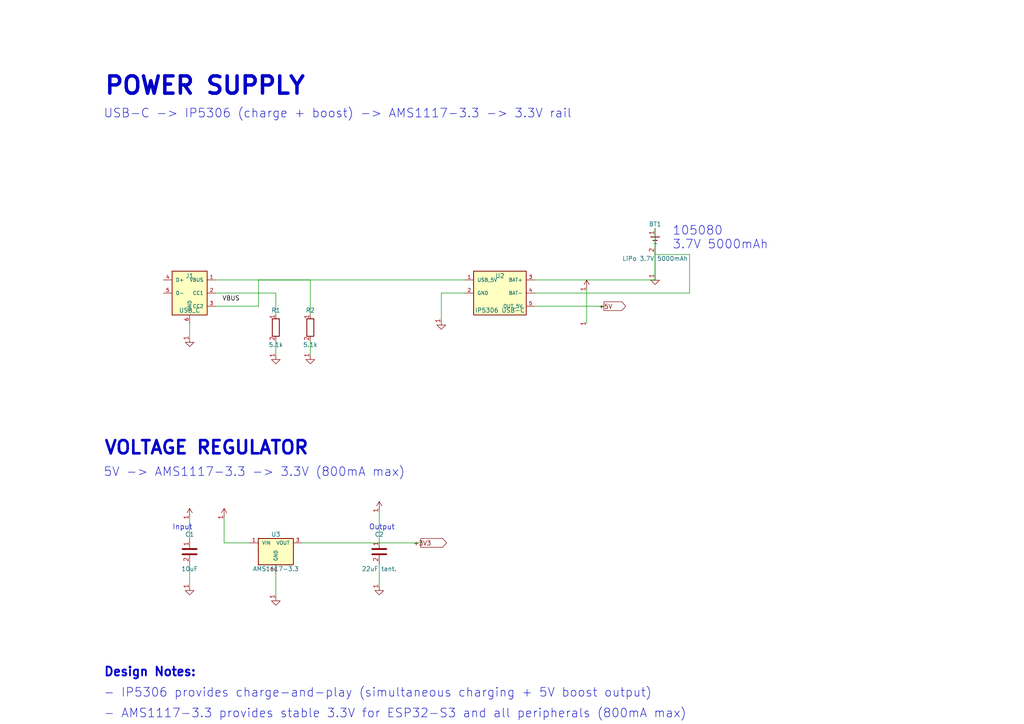
<source format=kicad_sch>
(kicad_sch (version 20231120) (generator "eeschema") (generator_version "9.0")
  (paper "A4")
  (title_block (title "Power Supply") (comment 1 "ESP32 Emu Turbo - Handheld Retro Console") (comment 2 "Generated by scripts/generate_schematics"))
  (lib_symbols
    (symbol "USB_C" (pin_names (offset 1.016))
      (property "Reference" "J" (at 0 7.62 0))
      (property "Value" "USB_C" (at 0 -7.62 0))
      (symbol "USB_C_0_1"
        (rectangle (start -5.08 6.35) (end 5.08 -6.35) (stroke (width 0.254)) (fill (type background)))
      )
      (symbol "USB_C_1_1"
        (pin power_out line (at 7.62 3.81 180) (length 2.54) (name "VBUS") (number "1"))
        (pin passive line (at 7.62 0 180) (length 2.54) (name "CC1") (number "2"))
        (pin passive line (at 7.62 -3.81 180) (length 2.54) (name "CC2") (number "3"))
        (pin bidirectional line (at -7.62 3.81 0) (length 2.54) (name "D+") (number "4"))
        (pin bidirectional line (at -7.62 0 0) (length 2.54) (name "D-") (number "5"))
        (pin power_in line (at 0 -8.89 90) (length 2.54) (name "GND") (number "6"))
      )
    )
    (symbol "IP5306_Module" (pin_names (offset 1.016))
      (property "Reference" "U" (at 0 7.62 0))
      (property "Value" "IP5306_USB-C_Module" (at 0 -7.62 0))
      (symbol "IP5306_Module_0_1"
        (rectangle (start -7.62 6.35) (end 7.62 -6.35) (stroke (width 0.254)) (fill (type background)))
      )
      (symbol "IP5306_Module_1_1"
        (pin power_in line (at -10.16 3.81 0) (length 2.54) (name "USB_5V") (number "1"))
        (pin power_in line (at -10.16 0 0) (length 2.54) (name "GND") (number "2"))
        (pin bidirectional line (at 10.16 3.81 180) (length 2.54) (name "BAT+") (number "3"))
        (pin bidirectional line (at 10.16 0 180) (length 2.54) (name "BAT-") (number "4"))
        (pin power_out line (at 10.16 -3.81 180) (length 2.54) (name "OUT_5V") (number "5"))
      )
    )
    (symbol "AMS1117-3.3" (pin_names (offset 1.016))
      (property "Reference" "U" (at 0 5.08 0))
      (property "Value" "AMS1117-3.3" (at 0 -5.08 0))
      (symbol "AMS1117-3.3_0_1"
        (rectangle (start -5.08 3.81) (end 5.08 -3.81) (stroke (width 0.254)) (fill (type background)))
      )
      (symbol "AMS1117-3.3_1_1"
        (pin power_in line (at -7.62 2.54 0) (length 2.54) (name "VIN") (number "1"))
        (pin power_in line (at 0 -6.35 90) (length 2.54) (name "GND") (number "2"))
        (pin power_out line (at 7.62 2.54 180) (length 2.54) (name "VOUT") (number "3"))
      )
    )
    (symbol "Battery" (pin_names (offset 1.016))
      (property "Reference" "BT" (at 2.54 2.54 0))
      (property "Value" "LiPo" (at 0 -5.08 0))
      (symbol "Battery_0_1"
        (polyline (pts (xy -1.27 1.27) (xy 1.27 1.27)) (stroke (width 0.254)))
        (polyline (pts (xy -0.635 0.254) (xy 0.635 0.254)) (stroke (width 0.254)))
      )
      (symbol "Battery_1_1"
        (pin passive line (at 0 3.81 270) (length 2.54) (name "+") (number "1"))
        (pin passive line (at 0 -3.81 90) (length 2.54) (name "-") (number "2"))
      )
    )
    (symbol "C" (pin_names (offset 0.254) hide)
      (property "Reference" "C" (at 0.635 2.54 0))
      (property "Value" "C" (at 0.635 -2.54 0))
      (symbol "C_0_1"
        (polyline (pts (xy -2.032 -0.762) (xy 2.032 -0.762)) (stroke (width 0.508)))
        (polyline (pts (xy -2.032 0.762) (xy 2.032 0.762)) (stroke (width 0.508)))
      )
      (symbol "C_1_1"
        (pin passive line (at 0 3.81 270) (length 3.048) (name "~") (number "1"))
        (pin passive line (at 0 -3.81 90) (length 3.048) (name "~") (number "2"))
      )
    )
    (symbol "R" (pin_names (offset 0) hide)
      (property "Reference" "R" (at 2.032 0 90))
      (property "Value" "R" (at -1.778 0 90))
      (symbol "R_0_1"
        (rectangle (start -1.016 -2.54) (end 1.016 2.54) (stroke (width 0.254)))
      )
      (symbol "R_1_1"
        (pin passive line (at 0 3.81 270) (length 1.27) (name "~") (number "1"))
        (pin passive line (at 0 -3.81 90) (length 1.27) (name "~") (number "2"))
      )
    )
    (symbol "PWR_FLAG" (pin_names (offset 0) hide) (in_bom no) (on_board no)
      (property "Value" "PWR_FLAG" (at 0 3.81 0))
      (symbol "PWR_FLAG_0_0"
        (pin power_out line (at 0 0 90) (length 0) (name "pwr") (number "1"))
      )
    )
    (symbol "+3V3" (pin_names (offset 0) hide) (in_bom no) (on_board no)
      (property "Value" "+3V3" (at 0 3.81 0))
      (symbol "+3V3_0_1"
        (polyline (pts (xy -0.762 1.27) (xy 0 2.54)))
        (polyline (pts (xy 0 0) (xy 0 2.54)))
        (polyline (pts (xy 0 2.54) (xy 0.762 1.27)))
      )
      (symbol "+3V3_1_1"
        (pin power_in line (at 0 0 90) (length 0) (name "+3V3") (number "1"))
      )
    )
    (symbol "+5V" (pin_names (offset 0) hide) (in_bom no) (on_board no)
      (property "Value" "+5V" (at 0 3.81 0))
      (symbol "+5V_0_1"
        (polyline (pts (xy -0.762 1.27) (xy 0 2.54)))
        (polyline (pts (xy 0 0) (xy 0 2.54)))
        (polyline (pts (xy 0 2.54) (xy 0.762 1.27)))
      )
      (symbol "+5V_1_1"
        (pin power_in line (at 0 0 90) (length 0) (name "+5V") (number "1"))
      )
    )
    (symbol "GND" (pin_names (offset 0) hide) (in_bom no) (on_board no)
      (property "Value" "GND" (at 0 -3.81 0))
      (symbol "GND_0_1"
        (polyline (pts (xy 0 0) (xy 0 -1.27) (xy 1.27 -1.27) (xy 0 -2.54) (xy -1.27 -1.27) (xy 0 -1.27)))
      )
      (symbol "GND_1_1"
        (pin power_in line (at 0 0 270) (length 0) (name "GND") (number "1"))
      )
    )
  )
  (text "POWER SUPPLY" (at 30 25 0) (effects (font (size 5 5) bold) (justify left)))
  (text "USB-C -> IP5306 (charge + boost) -> AMS1117-3.3 -> 3.3V rail" (at 30 33 0) (effects (font (size 2.54 2.54)) (justify left)))
  (symbol (lib_id "USB_C") (at 55 85 0) (unit 1)
    (property "Reference" "J1" (at 55 80 0))
    (property "Value" "USB_C" (at 55 90 0))
  )
  (symbol (lib_id "R") (at 80 95 0) (unit 1)
    (property "Reference" "R1" (at 80 90 0))
    (property "Value" "5.1k" (at 80 100 0))
  )
  (symbol (lib_id "R") (at 90 95 0) (unit 1)
    (property "Reference" "R2" (at 90 90 0))
    (property "Value" "5.1k" (at 90 100 0))
  )
  (wire (pts (xy 62.62 85) (xy 80 85)))
  (wire (pts (xy 80 85) (xy 80 91.19)))
  (wire (pts (xy 62.62 81.19) (xy 90 81.19)))
  (wire (pts (xy 90 81.19) (xy 90 91.19)))
  (symbol (lib_id "GND") (at 80 103 0) (unit 1) (in_bom no) (on_board no)
    (property "Reference" "#PWR001" (effects hide))
    (property "Value" "GND" (effects hide))
  )
  (wire (pts (xy 80 98.81) (xy 80 103)))
  (symbol (lib_id "GND") (at 90 103 0) (unit 1) (in_bom no) (on_board no)
    (property "Reference" "#PWR002" (effects hide))
    (property "Value" "GND" (effects hide))
  )
  (wire (pts (xy 90 98.81) (xy 90 103)))
  (symbol (lib_id "GND") (at 55 98 0) (unit 1) (in_bom no) (on_board no)
    (property "Reference" "#PWR003" (effects hide))
    (property "Value" "GND" (effects hide))
  )
  (wire (pts (xy 55 93.89) (xy 55 98)))
  (wire (pts (xy 62.62 88.81) (xy 75 88.81)))
  (wire (pts (xy 75 88.81) (xy 75 81.19)))
  (wire (pts (xy 75 81.19) (xy 134.84 81.19)))
  (label "VBUS" (at 67 86.81 0))
  (symbol (lib_id "IP5306_Module") (at 145 85 0) (unit 1)
    (property "Reference" "U2" (at 145 80 0))
    (property "Value" "IP5306 USB-C" (at 145 90 0))
  )
  (symbol (lib_id "GND") (at 128 93 0) (unit 1) (in_bom no) (on_board no)
    (property "Reference" "#PWR004" (effects hide))
    (property "Value" "GND" (effects hide))
  )
  (wire (pts (xy 134.84 85) (xy 128 85)))
  (wire (pts (xy 128 85) (xy 128 93)))
  (symbol (lib_id "Battery") (at 190 70 0) (unit 1)
    (property "Reference" "BT1" (at 190 65 0))
    (property "Value" "LiPo 3.7V 5000mAh" (at 190 75 0))
  )
  (text "105080" (at 195 67 0) (effects (font (size 2.54 2.54)) (justify left)))
  (text "3.7V 5000mAh" (at 195 71 0) (effects (font (size 2.54 2.54)) (justify left)))
  (wire (pts (xy 155.16 81.19) (xy 190 81.19)))
  (wire (pts (xy 190 81.19) (xy 190 66.19)))
  (wire (pts (xy 155.16 85) (xy 200 85)))
  (wire (pts (xy 200 85) (xy 200 73.81)))
  (wire (pts (xy 200 73.81) (xy 190 73.81)))
  (symbol (lib_id "GND") (at 190 80 0) (unit 1) (in_bom no) (on_board no)
    (property "Reference" "#PWR005" (effects hide))
    (property "Value" "GND" (effects hide))
  )
  (wire (pts (xy 190 73.81) (xy 190 80)))
  (wire (pts (xy 155.16 88.81) (xy 170.16 88.81)))
  (symbol (lib_id "+5V") (at 170.16 83.81 0) (unit 1) (in_bom no) (on_board no)
    (property "Reference" "#PWR006" (effects hide))
    (property "Value" "+5V" (effects hide))
  )
  (wire (pts (xy 170.16 83.81) (xy 170.16 88.81)))
  (global_label "+5V" (shape output) (at 175.16 88.81 0))
  (wire (pts (xy 170.16 88.81) (xy 175.16 88.81)))
  (symbol (lib_id "PWR_FLAG") (at 170.16 93.81 0) (unit 1) (in_bom no) (on_board no)
    (property "Reference" "#FLG01" (effects hide))
    (property "Value" "PWR_FLAG" (effects hide))
  )
  (wire (pts (xy 170.16 88.81) (xy 170.16 93.81)))
  (text "VOLTAGE REGULATOR" (at 30 130 0) (effects (font (size 3.81 3.81) bold) (justify left)))
  (text "5V -> AMS1117-3.3 -> 3.3V (800mA max)" (at 30 137 0) (effects (font (size 2.54 2.54)) (justify left)))
  (symbol (lib_id "C") (at 55 160 0) (unit 1)
    (property "Reference" "C1" (at 55 155 0))
    (property "Value" "10uF" (at 55 165 0))
  )
  (text "Input" (at 50 153 0) (effects (font (size 1.5 1.5)) (justify left)))
  (symbol (lib_id "+5V") (at 55 150 0) (unit 1) (in_bom no) (on_board no)
    (property "Reference" "#PWR007" (effects hide))
    (property "Value" "+5V" (effects hide))
  )
  (wire (pts (xy 55 150) (xy 55 156.19)))
  (symbol (lib_id "GND") (at 55 170 0) (unit 1) (in_bom no) (on_board no)
    (property "Reference" "#PWR008" (effects hide))
    (property "Value" "GND" (effects hide))
  )
  (wire (pts (xy 55 163.81) (xy 55 170)))
  (symbol (lib_id "AMS1117-3.3") (at 80 160 0) (unit 1)
    (property "Reference" "U3" (at 80 155 0))
    (property "Value" "AMS1117-3.3" (at 80 165 0))
  )
  (symbol (lib_id "+5V") (at 65 150 0) (unit 1) (in_bom no) (on_board no)
    (property "Reference" "#PWR009" (effects hide))
    (property "Value" "+5V" (effects hide))
  )
  (wire (pts (xy 65 150) (xy 65 157.46)))
  (wire (pts (xy 72.38 157.46) (xy 65 157.46)))
  (symbol (lib_id "GND") (at 80 173 0) (unit 1) (in_bom no) (on_board no)
    (property "Reference" "#PWR010" (effects hide))
    (property "Value" "GND" (effects hide))
  )
  (wire (pts (xy 80 166.35) (xy 80 173)))
  (symbol (lib_id "C") (at 110 160 0) (unit 1)
    (property "Reference" "C2" (at 110 155 0))
    (property "Value" "22uF tant." (at 110 165 0))
  )
  (text "Output" (at 107 153 0) (effects (font (size 1.5 1.5)) (justify left)))
  (wire (pts (xy 87.62 157.46) (xy 110 157.46)))
  (wire (pts (xy 110 157.46) (xy 110 156.19)))
  (symbol (lib_id "GND") (at 110 170 0) (unit 1) (in_bom no) (on_board no)
    (property "Reference" "#PWR011" (effects hide))
    (property "Value" "GND" (effects hide))
  )
  (wire (pts (xy 110 163.81) (xy 110 170)))
  (symbol (lib_id "+3V3") (at 110 148 0) (unit 1) (in_bom no) (on_board no)
    (property "Reference" "#PWR012" (effects hide))
    (property "Value" "+3V3" (effects hide))
  )
  (wire (pts (xy 110 148) (xy 110 156.19)))
  (global_label "+3V3" (shape output) (at 122 157.46 0))
  (wire (pts (xy 110 157.46) (xy 122 157.46)))
  (text "Design Notes:" (at 30 195 0) (effects (font (size 2.54 2.54) bold) (justify left)))
  (text "- IP5306 provides charge-and-play (simultaneous charging + 5V boost output)" (at 30 201 0) (effects (font (size 2.54 2.54)) (justify left)))
  (text "- AMS1117-3.3 provides stable 3.3V for ESP32-S3 and all peripherals (800mA max)" (at 30 207 0) (effects (font (size 2.54 2.54)) (justify left)))
  (text "- 22uF tantalum on LDO VOUT required for regulator stability" (at 30 213 0) (effects (font (size 2.54 2.54)) (justify left)))
  (text "- 5.1kR pull-downs on CC1/CC2 identify device as USB-C UFP (5V sink)" (at 30 219 0) (effects (font (size 2.54 2.54)) (justify left)))
  (text "- Battery: LiPo 3.7V 5000mAh (105080 form factor, 50x80x10mm)" (at 30 225 0) (effects (font (size 2.54 2.54)) (justify left)))
)
</source>
